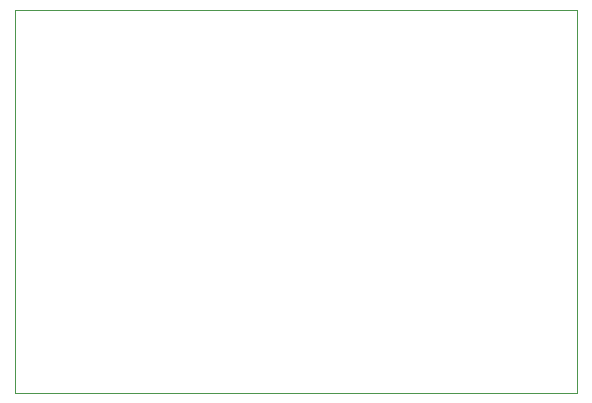
<source format=gbr>
%TF.GenerationSoftware,KiCad,Pcbnew,6.0.10-86aedd382b~118~ubuntu20.04.1*%
%TF.CreationDate,2023-01-04T14:19:18+02:00*%
%TF.ProjectId,PSU controller,50535520-636f-46e7-9472-6f6c6c65722e,rev?*%
%TF.SameCoordinates,Original*%
%TF.FileFunction,Copper,L1,Top*%
%TF.FilePolarity,Positive*%
%FSLAX46Y46*%
G04 Gerber Fmt 4.6, Leading zero omitted, Abs format (unit mm)*
G04 Created by KiCad (PCBNEW 6.0.10-86aedd382b~118~ubuntu20.04.1) date 2023-01-04 14:19:18*
%MOMM*%
%LPD*%
G01*
G04 APERTURE LIST*
%TA.AperFunction,Profile*%
%ADD10C,0.100000*%
%TD*%
G04 APERTURE END LIST*
D10*
X124460000Y109220000D02*
X172085000Y109220000D01*
X172085000Y126365000D02*
X172085000Y141605000D01*
X172085000Y109220000D02*
X172085000Y125730000D01*
X124460000Y141605000D02*
X124460000Y109220000D01*
X172085000Y125730000D02*
X172085000Y126365000D01*
X172085000Y141605000D02*
X124460000Y141605000D01*
M02*

</source>
